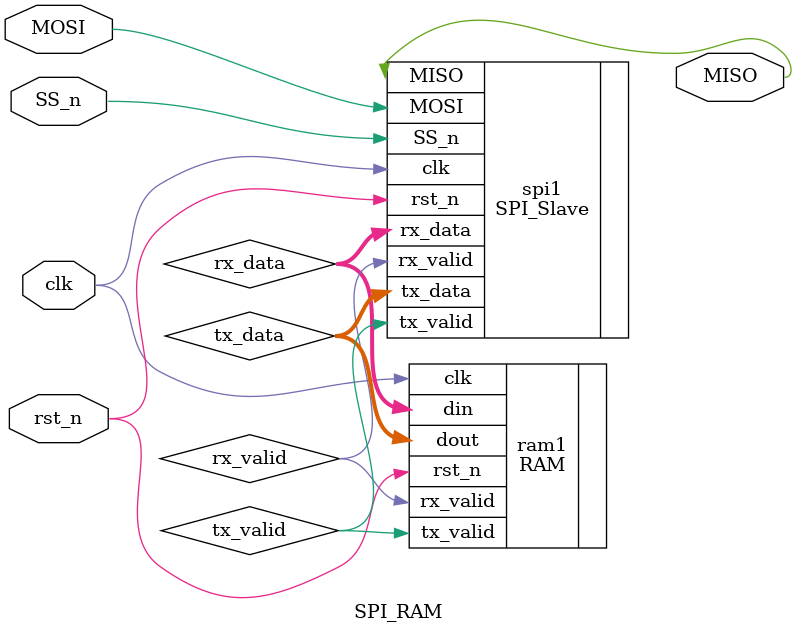
<source format=v>
module SPI_RAM (
    input MOSI, clk, rst_n, SS_n,
    output MISO
);
    parameter IDLE = 0, CHK_CMD = 1, WRITE = 2, READ_ADD = 3, READ_DATA = 4 ;
    parameter MEM_DEPTH = 256, ADDR_SIZE = 8 ;

    wire [9:0] rx_data;
    wire rx_valid;
    wire [7:0] tx_data;
    wire tx_valid;

    RAM #(.MEM_DEPTH(MEM_DEPTH), .ADDR_SIZE(ADDR_SIZE)) ram1 (.din(rx_data), 
        .clk(clk), .rst_n(rst_n), .rx_valid(rx_valid), 
        .dout(tx_data), .tx_valid(tx_valid));

    SPI_Slave #(.IDLE(IDLE), .CHK_CMD(CHK_CMD), .WRITE(WRITE), .READ_ADD(READ_ADD), 
        .READ_DATA(READ_DATA)) spi1  (.clk(clk), .rst_n(rst_n), .MOSI(MOSI), .SS_n(SS_n), 
        .MISO(MISO), .rx_data(rx_data), .rx_valid(rx_valid), .tx_data(tx_data), .tx_valid(tx_valid));
                    
endmodule
</source>
